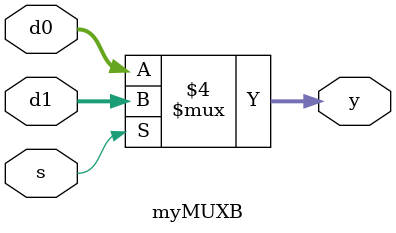
<source format=v>
`timescale 1ns / 1ps


module myMUXB(d0,d1,y,s);
    input [3:0]  d0,d1;
    input        s;
    output [3:0] y;
    reg    [3:0] y;
    
    always@(d0 or d1 or s)
    begin 
        if (s == 1)
            y = d1;
        else 
            y = d0;
    end
endmodule

</source>
